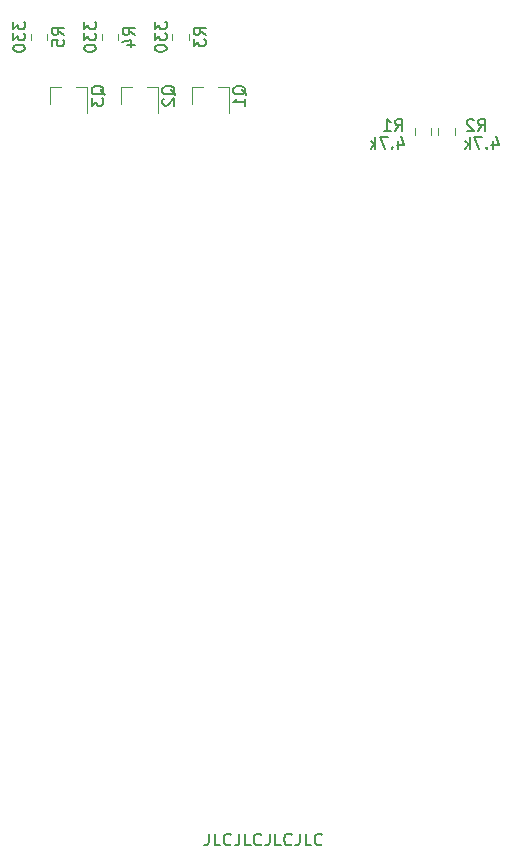
<source format=gbr>
G04 #@! TF.GenerationSoftware,KiCad,Pcbnew,5.1.6+dfsg1-1*
G04 #@! TF.CreationDate,2020-12-01T22:33:45+01:00*
G04 #@! TF.ProjectId,sensorbox,73656e73-6f72-4626-9f78-2e6b69636164,rev?*
G04 #@! TF.SameCoordinates,Original*
G04 #@! TF.FileFunction,Legend,Bot*
G04 #@! TF.FilePolarity,Positive*
%FSLAX46Y46*%
G04 Gerber Fmt 4.6, Leading zero omitted, Abs format (unit mm)*
G04 Created by KiCad (PCBNEW 5.1.6+dfsg1-1) date 2020-12-01 22:33:45*
%MOMM*%
%LPD*%
G01*
G04 APERTURE LIST*
%ADD10C,0.150000*%
%ADD11C,0.120000*%
G04 APERTURE END LIST*
D10*
X27880952Y-77452380D02*
X27880952Y-78166666D01*
X27833333Y-78309523D01*
X27738095Y-78404761D01*
X27595238Y-78452380D01*
X27500000Y-78452380D01*
X28833333Y-78452380D02*
X28357142Y-78452380D01*
X28357142Y-77452380D01*
X29738095Y-78357142D02*
X29690476Y-78404761D01*
X29547619Y-78452380D01*
X29452380Y-78452380D01*
X29309523Y-78404761D01*
X29214285Y-78309523D01*
X29166666Y-78214285D01*
X29119047Y-78023809D01*
X29119047Y-77880952D01*
X29166666Y-77690476D01*
X29214285Y-77595238D01*
X29309523Y-77500000D01*
X29452380Y-77452380D01*
X29547619Y-77452380D01*
X29690476Y-77500000D01*
X29738095Y-77547619D01*
X30452380Y-77452380D02*
X30452380Y-78166666D01*
X30404761Y-78309523D01*
X30309523Y-78404761D01*
X30166666Y-78452380D01*
X30071428Y-78452380D01*
X31404761Y-78452380D02*
X30928571Y-78452380D01*
X30928571Y-77452380D01*
X32309523Y-78357142D02*
X32261904Y-78404761D01*
X32119047Y-78452380D01*
X32023809Y-78452380D01*
X31880952Y-78404761D01*
X31785714Y-78309523D01*
X31738095Y-78214285D01*
X31690476Y-78023809D01*
X31690476Y-77880952D01*
X31738095Y-77690476D01*
X31785714Y-77595238D01*
X31880952Y-77500000D01*
X32023809Y-77452380D01*
X32119047Y-77452380D01*
X32261904Y-77500000D01*
X32309523Y-77547619D01*
X33023809Y-77452380D02*
X33023809Y-78166666D01*
X32976190Y-78309523D01*
X32880952Y-78404761D01*
X32738095Y-78452380D01*
X32642857Y-78452380D01*
X33976190Y-78452380D02*
X33500000Y-78452380D01*
X33500000Y-77452380D01*
X34880952Y-78357142D02*
X34833333Y-78404761D01*
X34690476Y-78452380D01*
X34595238Y-78452380D01*
X34452380Y-78404761D01*
X34357142Y-78309523D01*
X34309523Y-78214285D01*
X34261904Y-78023809D01*
X34261904Y-77880952D01*
X34309523Y-77690476D01*
X34357142Y-77595238D01*
X34452380Y-77500000D01*
X34595238Y-77452380D01*
X34690476Y-77452380D01*
X34833333Y-77500000D01*
X34880952Y-77547619D01*
X35595238Y-77452380D02*
X35595238Y-78166666D01*
X35547619Y-78309523D01*
X35452380Y-78404761D01*
X35309523Y-78452380D01*
X35214285Y-78452380D01*
X36547619Y-78452380D02*
X36071428Y-78452380D01*
X36071428Y-77452380D01*
X37452380Y-78357142D02*
X37404761Y-78404761D01*
X37261904Y-78452380D01*
X37166666Y-78452380D01*
X37023809Y-78404761D01*
X36928571Y-78309523D01*
X36880952Y-78214285D01*
X36833333Y-78023809D01*
X36833333Y-77880952D01*
X36880952Y-77690476D01*
X36928571Y-77595238D01*
X37023809Y-77500000D01*
X37166666Y-77452380D01*
X37261904Y-77452380D01*
X37404761Y-77500000D01*
X37452380Y-77547619D01*
D11*
X26420000Y-14240000D02*
X26420000Y-15700000D01*
X29580000Y-14240000D02*
X29580000Y-16400000D01*
X29580000Y-14240000D02*
X28650000Y-14240000D01*
X26420000Y-14240000D02*
X27350000Y-14240000D01*
X47290000Y-18258578D02*
X47290000Y-17741422D01*
X48710000Y-18258578D02*
X48710000Y-17741422D01*
X45290000Y-18258578D02*
X45290000Y-17741422D01*
X46710000Y-18258578D02*
X46710000Y-17741422D01*
X12790000Y-10258578D02*
X12790000Y-9741422D01*
X14210000Y-10258578D02*
X14210000Y-9741422D01*
X18790000Y-10258578D02*
X18790000Y-9741422D01*
X20210000Y-10258578D02*
X20210000Y-9741422D01*
X24790000Y-10258578D02*
X24790000Y-9741422D01*
X26210000Y-10258578D02*
X26210000Y-9741422D01*
X20420000Y-14240000D02*
X20420000Y-15700000D01*
X23580000Y-14240000D02*
X23580000Y-16400000D01*
X23580000Y-14240000D02*
X22650000Y-14240000D01*
X20420000Y-14240000D02*
X21350000Y-14240000D01*
X14420000Y-14240000D02*
X14420000Y-15700000D01*
X17580000Y-14240000D02*
X17580000Y-16400000D01*
X17580000Y-14240000D02*
X16650000Y-14240000D01*
X14420000Y-14240000D02*
X15350000Y-14240000D01*
D10*
X31047619Y-14904761D02*
X31000000Y-14809523D01*
X30904761Y-14714285D01*
X30761904Y-14571428D01*
X30714285Y-14476190D01*
X30714285Y-14380952D01*
X30952380Y-14428571D02*
X30904761Y-14333333D01*
X30809523Y-14238095D01*
X30619047Y-14190476D01*
X30285714Y-14190476D01*
X30095238Y-14238095D01*
X30000000Y-14333333D01*
X29952380Y-14428571D01*
X29952380Y-14619047D01*
X30000000Y-14714285D01*
X30095238Y-14809523D01*
X30285714Y-14857142D01*
X30619047Y-14857142D01*
X30809523Y-14809523D01*
X30904761Y-14714285D01*
X30952380Y-14619047D01*
X30952380Y-14428571D01*
X30952380Y-15809523D02*
X30952380Y-15238095D01*
X30952380Y-15523809D02*
X29952380Y-15523809D01*
X30095238Y-15428571D01*
X30190476Y-15333333D01*
X30238095Y-15238095D01*
X50666666Y-17952380D02*
X51000000Y-17476190D01*
X51238095Y-17952380D02*
X51238095Y-16952380D01*
X50857142Y-16952380D01*
X50761904Y-17000000D01*
X50714285Y-17047619D01*
X50666666Y-17142857D01*
X50666666Y-17285714D01*
X50714285Y-17380952D01*
X50761904Y-17428571D01*
X50857142Y-17476190D01*
X51238095Y-17476190D01*
X50285714Y-17047619D02*
X50238095Y-17000000D01*
X50142857Y-16952380D01*
X49904761Y-16952380D01*
X49809523Y-17000000D01*
X49761904Y-17047619D01*
X49714285Y-17142857D01*
X49714285Y-17238095D01*
X49761904Y-17380952D01*
X50333333Y-17952380D01*
X49714285Y-17952380D01*
X43928571Y-18785714D02*
X43928571Y-19452380D01*
X44166666Y-18404761D02*
X44404761Y-19119047D01*
X43785714Y-19119047D01*
X43404761Y-19357142D02*
X43357142Y-19404761D01*
X43404761Y-19452380D01*
X43452380Y-19404761D01*
X43404761Y-19357142D01*
X43404761Y-19452380D01*
X43023809Y-18452380D02*
X42357142Y-18452380D01*
X42785714Y-19452380D01*
X41976190Y-19452380D02*
X41976190Y-18452380D01*
X41880952Y-19071428D02*
X41595238Y-19452380D01*
X41595238Y-18785714D02*
X41976190Y-19166666D01*
X43666666Y-17952380D02*
X44000000Y-17476190D01*
X44238095Y-17952380D02*
X44238095Y-16952380D01*
X43857142Y-16952380D01*
X43761904Y-17000000D01*
X43714285Y-17047619D01*
X43666666Y-17142857D01*
X43666666Y-17285714D01*
X43714285Y-17380952D01*
X43761904Y-17428571D01*
X43857142Y-17476190D01*
X44238095Y-17476190D01*
X42714285Y-17952380D02*
X43285714Y-17952380D01*
X43000000Y-17952380D02*
X43000000Y-16952380D01*
X43095238Y-17095238D01*
X43190476Y-17190476D01*
X43285714Y-17238095D01*
X51928571Y-18785714D02*
X51928571Y-19452380D01*
X52166666Y-18404761D02*
X52404761Y-19119047D01*
X51785714Y-19119047D01*
X51404761Y-19357142D02*
X51357142Y-19404761D01*
X51404761Y-19452380D01*
X51452380Y-19404761D01*
X51404761Y-19357142D01*
X51404761Y-19452380D01*
X51023809Y-18452380D02*
X50357142Y-18452380D01*
X50785714Y-19452380D01*
X49976190Y-19452380D02*
X49976190Y-18452380D01*
X49880952Y-19071428D02*
X49595238Y-19452380D01*
X49595238Y-18785714D02*
X49976190Y-19166666D01*
X15602380Y-9833333D02*
X15126190Y-9500000D01*
X15602380Y-9261904D02*
X14602380Y-9261904D01*
X14602380Y-9642857D01*
X14650000Y-9738095D01*
X14697619Y-9785714D01*
X14792857Y-9833333D01*
X14935714Y-9833333D01*
X15030952Y-9785714D01*
X15078571Y-9738095D01*
X15126190Y-9642857D01*
X15126190Y-9261904D01*
X14602380Y-10738095D02*
X14602380Y-10261904D01*
X15078571Y-10214285D01*
X15030952Y-10261904D01*
X14983333Y-10357142D01*
X14983333Y-10595238D01*
X15030952Y-10690476D01*
X15078571Y-10738095D01*
X15173809Y-10785714D01*
X15411904Y-10785714D01*
X15507142Y-10738095D01*
X15554761Y-10690476D01*
X15602380Y-10595238D01*
X15602380Y-10357142D01*
X15554761Y-10261904D01*
X15507142Y-10214285D01*
X11302380Y-8714285D02*
X11302380Y-9333333D01*
X11683333Y-9000000D01*
X11683333Y-9142857D01*
X11730952Y-9238095D01*
X11778571Y-9285714D01*
X11873809Y-9333333D01*
X12111904Y-9333333D01*
X12207142Y-9285714D01*
X12254761Y-9238095D01*
X12302380Y-9142857D01*
X12302380Y-8857142D01*
X12254761Y-8761904D01*
X12207142Y-8714285D01*
X11302380Y-9666666D02*
X11302380Y-10285714D01*
X11683333Y-9952380D01*
X11683333Y-10095238D01*
X11730952Y-10190476D01*
X11778571Y-10238095D01*
X11873809Y-10285714D01*
X12111904Y-10285714D01*
X12207142Y-10238095D01*
X12254761Y-10190476D01*
X12302380Y-10095238D01*
X12302380Y-9809523D01*
X12254761Y-9714285D01*
X12207142Y-9666666D01*
X11302380Y-10904761D02*
X11302380Y-11000000D01*
X11350000Y-11095238D01*
X11397619Y-11142857D01*
X11492857Y-11190476D01*
X11683333Y-11238095D01*
X11921428Y-11238095D01*
X12111904Y-11190476D01*
X12207142Y-11142857D01*
X12254761Y-11095238D01*
X12302380Y-11000000D01*
X12302380Y-10904761D01*
X12254761Y-10809523D01*
X12207142Y-10761904D01*
X12111904Y-10714285D01*
X11921428Y-10666666D01*
X11683333Y-10666666D01*
X11492857Y-10714285D01*
X11397619Y-10761904D01*
X11350000Y-10809523D01*
X11302380Y-10904761D01*
X21602380Y-9833333D02*
X21126190Y-9500000D01*
X21602380Y-9261904D02*
X20602380Y-9261904D01*
X20602380Y-9642857D01*
X20650000Y-9738095D01*
X20697619Y-9785714D01*
X20792857Y-9833333D01*
X20935714Y-9833333D01*
X21030952Y-9785714D01*
X21078571Y-9738095D01*
X21126190Y-9642857D01*
X21126190Y-9261904D01*
X20935714Y-10690476D02*
X21602380Y-10690476D01*
X20554761Y-10452380D02*
X21269047Y-10214285D01*
X21269047Y-10833333D01*
X17302380Y-8714285D02*
X17302380Y-9333333D01*
X17683333Y-9000000D01*
X17683333Y-9142857D01*
X17730952Y-9238095D01*
X17778571Y-9285714D01*
X17873809Y-9333333D01*
X18111904Y-9333333D01*
X18207142Y-9285714D01*
X18254761Y-9238095D01*
X18302380Y-9142857D01*
X18302380Y-8857142D01*
X18254761Y-8761904D01*
X18207142Y-8714285D01*
X17302380Y-9666666D02*
X17302380Y-10285714D01*
X17683333Y-9952380D01*
X17683333Y-10095238D01*
X17730952Y-10190476D01*
X17778571Y-10238095D01*
X17873809Y-10285714D01*
X18111904Y-10285714D01*
X18207142Y-10238095D01*
X18254761Y-10190476D01*
X18302380Y-10095238D01*
X18302380Y-9809523D01*
X18254761Y-9714285D01*
X18207142Y-9666666D01*
X17302380Y-10904761D02*
X17302380Y-11000000D01*
X17350000Y-11095238D01*
X17397619Y-11142857D01*
X17492857Y-11190476D01*
X17683333Y-11238095D01*
X17921428Y-11238095D01*
X18111904Y-11190476D01*
X18207142Y-11142857D01*
X18254761Y-11095238D01*
X18302380Y-11000000D01*
X18302380Y-10904761D01*
X18254761Y-10809523D01*
X18207142Y-10761904D01*
X18111904Y-10714285D01*
X17921428Y-10666666D01*
X17683333Y-10666666D01*
X17492857Y-10714285D01*
X17397619Y-10761904D01*
X17350000Y-10809523D01*
X17302380Y-10904761D01*
X27602380Y-9833333D02*
X27126190Y-9500000D01*
X27602380Y-9261904D02*
X26602380Y-9261904D01*
X26602380Y-9642857D01*
X26650000Y-9738095D01*
X26697619Y-9785714D01*
X26792857Y-9833333D01*
X26935714Y-9833333D01*
X27030952Y-9785714D01*
X27078571Y-9738095D01*
X27126190Y-9642857D01*
X27126190Y-9261904D01*
X26602380Y-10166666D02*
X26602380Y-10785714D01*
X26983333Y-10452380D01*
X26983333Y-10595238D01*
X27030952Y-10690476D01*
X27078571Y-10738095D01*
X27173809Y-10785714D01*
X27411904Y-10785714D01*
X27507142Y-10738095D01*
X27554761Y-10690476D01*
X27602380Y-10595238D01*
X27602380Y-10309523D01*
X27554761Y-10214285D01*
X27507142Y-10166666D01*
X23302380Y-8714285D02*
X23302380Y-9333333D01*
X23683333Y-9000000D01*
X23683333Y-9142857D01*
X23730952Y-9238095D01*
X23778571Y-9285714D01*
X23873809Y-9333333D01*
X24111904Y-9333333D01*
X24207142Y-9285714D01*
X24254761Y-9238095D01*
X24302380Y-9142857D01*
X24302380Y-8857142D01*
X24254761Y-8761904D01*
X24207142Y-8714285D01*
X23302380Y-9666666D02*
X23302380Y-10285714D01*
X23683333Y-9952380D01*
X23683333Y-10095238D01*
X23730952Y-10190476D01*
X23778571Y-10238095D01*
X23873809Y-10285714D01*
X24111904Y-10285714D01*
X24207142Y-10238095D01*
X24254761Y-10190476D01*
X24302380Y-10095238D01*
X24302380Y-9809523D01*
X24254761Y-9714285D01*
X24207142Y-9666666D01*
X23302380Y-10904761D02*
X23302380Y-11000000D01*
X23350000Y-11095238D01*
X23397619Y-11142857D01*
X23492857Y-11190476D01*
X23683333Y-11238095D01*
X23921428Y-11238095D01*
X24111904Y-11190476D01*
X24207142Y-11142857D01*
X24254761Y-11095238D01*
X24302380Y-11000000D01*
X24302380Y-10904761D01*
X24254761Y-10809523D01*
X24207142Y-10761904D01*
X24111904Y-10714285D01*
X23921428Y-10666666D01*
X23683333Y-10666666D01*
X23492857Y-10714285D01*
X23397619Y-10761904D01*
X23350000Y-10809523D01*
X23302380Y-10904761D01*
X25047619Y-14904761D02*
X25000000Y-14809523D01*
X24904761Y-14714285D01*
X24761904Y-14571428D01*
X24714285Y-14476190D01*
X24714285Y-14380952D01*
X24952380Y-14428571D02*
X24904761Y-14333333D01*
X24809523Y-14238095D01*
X24619047Y-14190476D01*
X24285714Y-14190476D01*
X24095238Y-14238095D01*
X24000000Y-14333333D01*
X23952380Y-14428571D01*
X23952380Y-14619047D01*
X24000000Y-14714285D01*
X24095238Y-14809523D01*
X24285714Y-14857142D01*
X24619047Y-14857142D01*
X24809523Y-14809523D01*
X24904761Y-14714285D01*
X24952380Y-14619047D01*
X24952380Y-14428571D01*
X24047619Y-15238095D02*
X24000000Y-15285714D01*
X23952380Y-15380952D01*
X23952380Y-15619047D01*
X24000000Y-15714285D01*
X24047619Y-15761904D01*
X24142857Y-15809523D01*
X24238095Y-15809523D01*
X24380952Y-15761904D01*
X24952380Y-15190476D01*
X24952380Y-15809523D01*
X19047619Y-14904761D02*
X19000000Y-14809523D01*
X18904761Y-14714285D01*
X18761904Y-14571428D01*
X18714285Y-14476190D01*
X18714285Y-14380952D01*
X18952380Y-14428571D02*
X18904761Y-14333333D01*
X18809523Y-14238095D01*
X18619047Y-14190476D01*
X18285714Y-14190476D01*
X18095238Y-14238095D01*
X18000000Y-14333333D01*
X17952380Y-14428571D01*
X17952380Y-14619047D01*
X18000000Y-14714285D01*
X18095238Y-14809523D01*
X18285714Y-14857142D01*
X18619047Y-14857142D01*
X18809523Y-14809523D01*
X18904761Y-14714285D01*
X18952380Y-14619047D01*
X18952380Y-14428571D01*
X17952380Y-15190476D02*
X17952380Y-15809523D01*
X18333333Y-15476190D01*
X18333333Y-15619047D01*
X18380952Y-15714285D01*
X18428571Y-15761904D01*
X18523809Y-15809523D01*
X18761904Y-15809523D01*
X18857142Y-15761904D01*
X18904761Y-15714285D01*
X18952380Y-15619047D01*
X18952380Y-15333333D01*
X18904761Y-15238095D01*
X18857142Y-15190476D01*
M02*

</source>
